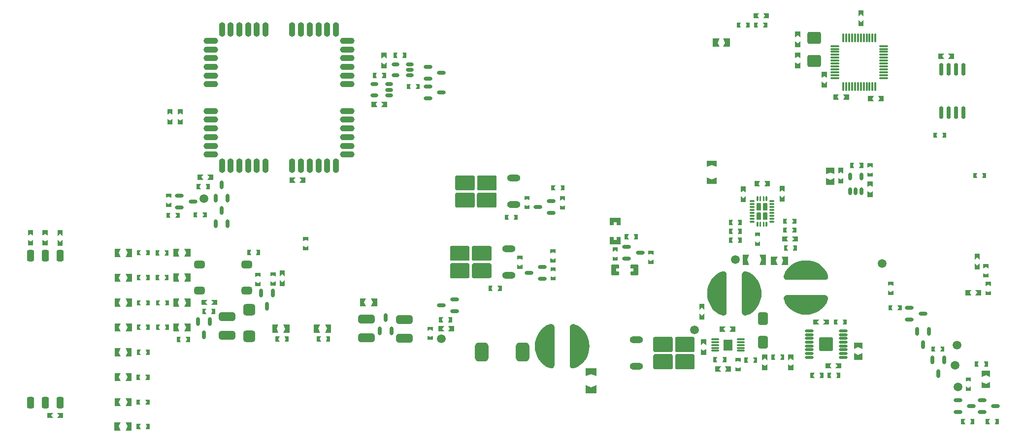
<source format=gtp>
G04*
G04 #@! TF.GenerationSoftware,Altium Limited,Altium Designer,18.1.9 (240)*
G04*
G04 Layer_Color=8421504*
%FSLAX24Y24*%
%MOIN*%
G70*
G01*
G75*
G04:AMPARAMS|DCode=24|XSize=96.5mil|YSize=90.6mil|CornerRadius=9.1mil|HoleSize=0mil|Usage=FLASHONLY|Rotation=0.000|XOffset=0mil|YOffset=0mil|HoleType=Round|Shape=RoundedRectangle|*
%AMROUNDEDRECTD24*
21,1,0.0965,0.0724,0,0,0.0*
21,1,0.0783,0.0906,0,0,0.0*
1,1,0.0181,0.0392,-0.0362*
1,1,0.0181,-0.0392,-0.0362*
1,1,0.0181,-0.0392,0.0362*
1,1,0.0181,0.0392,0.0362*
%
%ADD24ROUNDEDRECTD24*%
%ADD25O,0.0591X0.0281*%
%ADD26O,0.0906X0.0454*%
G04:AMPARAMS|DCode=27|XSize=70.9mil|YSize=51.2mil|CornerRadius=12.8mil|HoleSize=0mil|Usage=FLASHONLY|Rotation=0.000|XOffset=0mil|YOffset=0mil|HoleType=Round|Shape=RoundedRectangle|*
%AMROUNDEDRECTD27*
21,1,0.0709,0.0256,0,0,0.0*
21,1,0.0453,0.0512,0,0,0.0*
1,1,0.0256,0.0226,-0.0128*
1,1,0.0256,-0.0226,-0.0128*
1,1,0.0256,-0.0226,0.0128*
1,1,0.0256,0.0226,0.0128*
%
%ADD27ROUNDEDRECTD27*%
%ADD28C,0.0591*%
G04:AMPARAMS|DCode=29|XSize=128mil|YSize=90.6mil|CornerRadius=22.6mil|HoleSize=0mil|Usage=FLASHONLY|Rotation=90.000|XOffset=0mil|YOffset=0mil|HoleType=Round|Shape=RoundedRectangle|*
%AMROUNDEDRECTD29*
21,1,0.1280,0.0453,0,0,90.0*
21,1,0.0827,0.0906,0,0,90.0*
1,1,0.0453,0.0226,0.0413*
1,1,0.0453,0.0226,-0.0413*
1,1,0.0453,-0.0226,-0.0413*
1,1,0.0453,-0.0226,0.0413*
%
%ADD29ROUNDEDRECTD29*%
%ADD30O,0.0433X0.0984*%
%ADD31O,0.0984X0.0433*%
%ADD32O,0.0236X0.0531*%
%ADD33O,0.0118X0.0630*%
%ADD34O,0.0630X0.0118*%
%ADD35O,0.0295X0.0850*%
G04:AMPARAMS|DCode=36|XSize=90.6mil|YSize=82.7mil|CornerRadius=12.4mil|HoleSize=0mil|Usage=FLASHONLY|Rotation=0.000|XOffset=0mil|YOffset=0mil|HoleType=Round|Shape=RoundedRectangle|*
%AMROUNDEDRECTD36*
21,1,0.0906,0.0579,0,0,0.0*
21,1,0.0657,0.0827,0,0,0.0*
1,1,0.0248,0.0329,-0.0289*
1,1,0.0248,-0.0329,-0.0289*
1,1,0.0248,-0.0329,0.0289*
1,1,0.0248,0.0329,0.0289*
%
%ADD36ROUNDEDRECTD36*%
%ADD37O,0.0591X0.0177*%
%ADD38O,0.0281X0.0591*%
%ADD39O,0.0335X0.0118*%
%ADD40O,0.0118X0.0335*%
%ADD41O,0.0531X0.0236*%
G04:AMPARAMS|DCode=42|XSize=82.7mil|YSize=78.7mil|CornerRadius=19.7mil|HoleSize=0mil|Usage=FLASHONLY|Rotation=180.000|XOffset=0mil|YOffset=0mil|HoleType=Round|Shape=RoundedRectangle|*
%AMROUNDEDRECTD42*
21,1,0.0827,0.0394,0,0,180.0*
21,1,0.0433,0.0787,0,0,180.0*
1,1,0.0394,-0.0217,0.0197*
1,1,0.0394,0.0217,0.0197*
1,1,0.0394,0.0217,-0.0197*
1,1,0.0394,-0.0217,-0.0197*
%
%ADD42ROUNDEDRECTD42*%
G04:AMPARAMS|DCode=43|XSize=110.2mil|YSize=59.1mil|CornerRadius=14.8mil|HoleSize=0mil|Usage=FLASHONLY|Rotation=180.000|XOffset=0mil|YOffset=0mil|HoleType=Round|Shape=RoundedRectangle|*
%AMROUNDEDRECTD43*
21,1,0.1102,0.0295,0,0,180.0*
21,1,0.0807,0.0591,0,0,180.0*
1,1,0.0295,-0.0404,0.0148*
1,1,0.0295,0.0404,0.0148*
1,1,0.0295,0.0404,-0.0148*
1,1,0.0295,-0.0404,-0.0148*
%
%ADD43ROUNDEDRECTD43*%
G04:AMPARAMS|DCode=44|XSize=86.6mil|YSize=68.9mil|CornerRadius=17.2mil|HoleSize=0mil|Usage=FLASHONLY|Rotation=90.000|XOffset=0mil|YOffset=0mil|HoleType=Round|Shape=RoundedRectangle|*
%AMROUNDEDRECTD44*
21,1,0.0866,0.0344,0,0,90.0*
21,1,0.0522,0.0689,0,0,90.0*
1,1,0.0344,0.0172,0.0261*
1,1,0.0344,0.0172,-0.0261*
1,1,0.0344,-0.0172,-0.0261*
1,1,0.0344,-0.0172,0.0261*
%
%ADD44ROUNDEDRECTD44*%
%ADD45R,0.0610X0.0728*%
%ADD46O,0.0571X0.0118*%
G04:AMPARAMS|DCode=47|XSize=78.7mil|YSize=47.2mil|CornerRadius=11.8mil|HoleSize=0mil|Usage=FLASHONLY|Rotation=270.000|XOffset=0mil|YOffset=0mil|HoleType=Round|Shape=RoundedRectangle|*
%AMROUNDEDRECTD47*
21,1,0.0787,0.0236,0,0,270.0*
21,1,0.0551,0.0472,0,0,270.0*
1,1,0.0236,-0.0118,-0.0276*
1,1,0.0236,-0.0118,0.0276*
1,1,0.0236,0.0118,0.0276*
1,1,0.0236,0.0118,-0.0276*
%
%ADD47ROUNDEDRECTD47*%
G36*
X61821Y28297D02*
X61644Y28415D01*
X61467Y28297D01*
Y28691D01*
X61821D01*
Y28297D01*
D02*
G37*
G36*
X55423Y28150D02*
X55029D01*
X55147Y28327D01*
X55029Y28504D01*
X55423D01*
Y28150D01*
D02*
G37*
G36*
X54636Y28327D02*
X54754Y28150D01*
X54360D01*
Y28504D01*
X54754D01*
X54636Y28327D01*
D02*
G37*
G36*
X61821Y27628D02*
X61467D01*
Y28022D01*
X61644Y27903D01*
X61821Y28022D01*
Y27628D01*
D02*
G37*
G36*
X55297Y27520D02*
X55022D01*
X55100Y27697D01*
X55022Y27874D01*
X55297D01*
Y27520D01*
D02*
G37*
G36*
X54609Y27697D02*
X54687Y27520D01*
X54412D01*
Y27874D01*
X54687D01*
X54609Y27697D01*
D02*
G37*
G36*
X54116Y27520D02*
X53841D01*
X53919Y27697D01*
X53841Y27874D01*
X54116D01*
Y27520D01*
D02*
G37*
G36*
X53427Y27697D02*
X53506Y27520D01*
X53231D01*
Y27874D01*
X53506D01*
X53427Y27697D01*
D02*
G37*
G36*
X57540Y26863D02*
X57363Y26981D01*
X57186Y26863D01*
Y27256D01*
X57540D01*
Y26863D01*
D02*
G37*
G36*
Y26193D02*
X57186D01*
Y26587D01*
X57363Y26469D01*
X57540Y26587D01*
Y26193D01*
D02*
G37*
G36*
X52776Y26220D02*
X52323D01*
X52451Y26506D01*
X52323Y26791D01*
X52776D01*
Y26220D01*
D02*
G37*
G36*
X51939Y26506D02*
X52067Y26220D01*
X51614D01*
Y26791D01*
X52067D01*
X51939Y26506D01*
D02*
G37*
G36*
X30886Y25472D02*
X30610D01*
X30689Y25650D01*
X30610Y25827D01*
X30886D01*
Y25472D01*
D02*
G37*
G36*
X30197Y25650D02*
X30276Y25472D01*
X30000D01*
Y25827D01*
X30276D01*
X30197Y25650D01*
D02*
G37*
G36*
X57539Y25445D02*
X57362Y25563D01*
X57185Y25445D01*
Y25839D01*
X57539D01*
Y25445D01*
D02*
G37*
G36*
X29547Y25433D02*
X29370Y25551D01*
X29193Y25433D01*
Y25827D01*
X29547D01*
Y25433D01*
D02*
G37*
G36*
X67935Y25404D02*
X67542D01*
X67660Y25581D01*
X67542Y25758D01*
X67935D01*
Y25404D01*
D02*
G37*
G36*
X67148Y25581D02*
X67266Y25404D01*
X66872D01*
Y25758D01*
X67266D01*
X67148Y25581D01*
D02*
G37*
G36*
X57539Y24776D02*
X57185D01*
Y25170D01*
X57362Y25052D01*
X57539Y25170D01*
Y24776D01*
D02*
G37*
G36*
X29547Y24764D02*
X29193D01*
Y25157D01*
X29370Y25039D01*
X29547Y25157D01*
Y24764D01*
D02*
G37*
G36*
X59341Y24126D02*
X59163Y24244D01*
X58986Y24126D01*
Y24520D01*
X59341D01*
Y24126D01*
D02*
G37*
G36*
X29498Y24104D02*
X29222D01*
X29301Y24281D01*
X29222Y24459D01*
X29498D01*
Y24104D01*
D02*
G37*
G36*
X28809Y24281D02*
X28888Y24104D01*
X28612D01*
Y24459D01*
X28888D01*
X28809Y24281D01*
D02*
G37*
G36*
X59341Y23457D02*
X58986D01*
Y23851D01*
X59163Y23733D01*
X59341Y23851D01*
Y23457D01*
D02*
G37*
G36*
X31791Y23356D02*
X31516D01*
X31594Y23533D01*
X31516Y23711D01*
X31791D01*
Y23356D01*
D02*
G37*
G36*
X31103Y23533D02*
X31181Y23356D01*
X30906D01*
Y23711D01*
X31181D01*
X31103Y23533D01*
D02*
G37*
G36*
X60827Y22640D02*
X60433D01*
X60551Y22817D01*
X60433Y22994D01*
X60827D01*
Y22640D01*
D02*
G37*
G36*
X60039Y22817D02*
X60157Y22640D01*
X59764D01*
Y22994D01*
X60157D01*
X60039Y22817D01*
D02*
G37*
G36*
X63189Y22532D02*
X62795D01*
X62913Y22709D01*
X62795Y22886D01*
X63189D01*
Y22532D01*
D02*
G37*
G36*
X62402Y22709D02*
X62520Y22532D01*
X62126D01*
Y22886D01*
X62520D01*
X62402Y22709D01*
D02*
G37*
G36*
X29587Y22136D02*
X29193D01*
X29311Y22313D01*
X29193Y22490D01*
X29587D01*
Y22136D01*
D02*
G37*
G36*
X28799Y22313D02*
X28917Y22136D01*
X28524D01*
Y22490D01*
X28917D01*
X28799Y22313D01*
D02*
G37*
G36*
X15758Y21614D02*
X15581Y21732D01*
X15404Y21614D01*
Y22008D01*
X15758D01*
Y21614D01*
D02*
G37*
G36*
X15059D02*
X14882Y21732D01*
X14705Y21614D01*
Y22008D01*
X15059D01*
Y21614D01*
D02*
G37*
G36*
X15758Y20945D02*
X15404D01*
Y21339D01*
X15581Y21220D01*
X15758Y21339D01*
Y20945D01*
D02*
G37*
G36*
X15059D02*
X14705D01*
Y21339D01*
X14882Y21220D01*
X15059Y21339D01*
Y20945D01*
D02*
G37*
G36*
X67421Y20049D02*
X67145D01*
X67224Y20226D01*
X67145Y20404D01*
X67421D01*
Y20049D01*
D02*
G37*
G36*
X66732Y20226D02*
X66811Y20049D01*
X66535D01*
Y20404D01*
X66811D01*
X66732Y20226D01*
D02*
G37*
G36*
X51890Y18081D02*
X51545Y18199D01*
X51201Y18081D01*
Y18494D01*
X51890D01*
Y18081D01*
D02*
G37*
G36*
X62441Y18041D02*
X62264Y18120D01*
X62087Y18041D01*
Y18317D01*
X62441D01*
Y18041D01*
D02*
G37*
G36*
X61801Y18002D02*
X61526D01*
X61604Y18179D01*
X61526Y18356D01*
X61801D01*
Y18002D01*
D02*
G37*
G36*
X61112Y18179D02*
X61191Y18002D01*
X60916D01*
Y18356D01*
X61191D01*
X61112Y18179D01*
D02*
G37*
G36*
X62441Y17431D02*
X62087D01*
Y17707D01*
X62264Y17628D01*
X62441Y17707D01*
Y17431D01*
D02*
G37*
G36*
X60453Y17618D02*
X60276Y17736D01*
X60098Y17618D01*
Y18012D01*
X60453D01*
Y17618D01*
D02*
G37*
G36*
X59852Y17579D02*
X59567Y17707D01*
X59282Y17579D01*
Y18032D01*
X59852D01*
Y17579D01*
D02*
G37*
G36*
X36932Y17493D02*
X36962Y17462D01*
X36979Y17422D01*
X36979Y17401D01*
X36979Y17401D01*
X36979Y16604D01*
X36978Y16582D01*
X36961Y16542D01*
X36930Y16511D01*
X36889Y16495D01*
X36868Y16496D01*
X36868Y16496D01*
X35767Y16496D01*
X35746Y16496D01*
X35706Y16513D01*
X35675Y16545D01*
X35659Y16585D01*
X35660Y16607D01*
X35660Y17401D01*
Y17412D01*
X35664Y17432D01*
X35672Y17452D01*
X35684Y17469D01*
X35691Y17476D01*
X35691Y17476D01*
X35699Y17484D01*
X35717Y17497D01*
X35738Y17505D01*
X35760Y17509D01*
X35771Y17509D01*
X35771Y17509D01*
X36870Y17509D01*
X36892Y17509D01*
X36932Y17493D01*
D02*
G37*
G36*
X70118Y17323D02*
X69842D01*
X69921Y17500D01*
X69842Y17677D01*
X70118D01*
Y17323D01*
D02*
G37*
G36*
X69429Y17500D02*
X69508Y17323D01*
X69232D01*
Y17677D01*
X69508D01*
X69429Y17500D01*
D02*
G37*
G36*
X51890Y16939D02*
X51201D01*
Y17352D01*
X51545Y17234D01*
X51890Y17352D01*
Y16939D01*
D02*
G37*
G36*
X60453Y16949D02*
X60098D01*
Y17343D01*
X60276Y17224D01*
X60453Y17343D01*
Y16949D01*
D02*
G37*
G36*
X17805Y17205D02*
X17411D01*
X17530Y17382D01*
X17411Y17559D01*
X17805D01*
Y17205D01*
D02*
G37*
G36*
X17018Y17382D02*
X17136Y17205D01*
X16742D01*
Y17559D01*
X17136D01*
X17018Y17382D01*
D02*
G37*
G36*
X59852Y16870D02*
X59282D01*
Y17323D01*
X59567Y17195D01*
X59852Y17323D01*
Y16870D01*
D02*
G37*
G36*
X24035Y17008D02*
X23642D01*
X23760Y17185D01*
X23642Y17362D01*
X24035D01*
Y17008D01*
D02*
G37*
G36*
X23248Y17185D02*
X23366Y17008D01*
X22972D01*
Y17362D01*
X23366D01*
X23248Y17185D01*
D02*
G37*
G36*
X55492Y16762D02*
X55098D01*
X55217Y16939D01*
X55098Y17116D01*
X55492D01*
Y16762D01*
D02*
G37*
G36*
X54705Y16939D02*
X54823Y16762D01*
X54429D01*
Y17116D01*
X54823D01*
X54705Y16939D01*
D02*
G37*
G36*
X62441Y16713D02*
X62264Y16831D01*
X62087Y16713D01*
Y17106D01*
X62441D01*
Y16713D01*
D02*
G37*
G36*
X17579Y16565D02*
X17303D01*
X17382Y16742D01*
X17303Y16919D01*
X17579D01*
Y16565D01*
D02*
G37*
G36*
X16890Y16742D02*
X16968Y16565D01*
X16693D01*
Y16919D01*
X16968D01*
X16890Y16742D01*
D02*
G37*
G36*
X34294Y17509D02*
X35395D01*
X35417Y17509D01*
X35457Y17492D01*
X35487Y17460D01*
X35503Y17420D01*
X35502Y17398D01*
X35502Y17398D01*
X35502Y16604D01*
Y16593D01*
X35498Y16573D01*
X35490Y16553D01*
X35479Y16536D01*
X35471Y16528D01*
X35471Y16528D01*
X35463Y16521D01*
X35445Y16508D01*
X35424Y16500D01*
X35403Y16495D01*
X35391Y16495D01*
X35391Y16495D01*
X34292Y16495D01*
X34271Y16495D01*
X34231Y16512D01*
X34200Y16542D01*
X34183Y16582D01*
X34183Y16604D01*
X34183Y16604D01*
X34183Y17401D01*
X34184Y17423D01*
X34201Y17463D01*
X34232Y17493D01*
X34273Y17509D01*
X34294Y17509D01*
D02*
G37*
G36*
X41575Y16486D02*
X41299D01*
X41378Y16663D01*
X41299Y16840D01*
X41575D01*
Y16486D01*
D02*
G37*
G36*
X40886Y16663D02*
X40965Y16486D01*
X40689D01*
Y16840D01*
X40965D01*
X40886Y16663D01*
D02*
G37*
G36*
X56485Y16388D02*
X56308Y16506D01*
X56131Y16388D01*
Y16781D01*
X56485D01*
Y16388D01*
D02*
G37*
G36*
X53858Y16358D02*
X53681Y16476D01*
X53504Y16358D01*
Y16752D01*
X53858D01*
Y16358D01*
D02*
G37*
G36*
X62441Y16043D02*
X62087D01*
Y16437D01*
X62264Y16319D01*
X62441Y16437D01*
Y16043D01*
D02*
G37*
G36*
X56485Y15718D02*
X56131D01*
Y16112D01*
X56308Y15994D01*
X56485Y16112D01*
Y15718D01*
D02*
G37*
G36*
X14970Y15984D02*
X14793Y16063D01*
X14616Y15984D01*
Y16260D01*
X14970D01*
Y15984D01*
D02*
G37*
G36*
X53858Y15689D02*
X53504D01*
Y16083D01*
X53681Y15965D01*
X53858Y16083D01*
Y15689D01*
D02*
G37*
G36*
X39222Y15827D02*
X39045Y15905D01*
X38868Y15827D01*
Y16102D01*
X39222D01*
Y15827D01*
D02*
G37*
G36*
X41614Y15807D02*
X41437Y15886D01*
X41260Y15807D01*
Y16083D01*
X41614D01*
Y15807D01*
D02*
G37*
G36*
X55087Y16081D02*
X55102Y16043D01*
Y15807D01*
X55087Y15769D01*
X55049Y15754D01*
X55012Y15769D01*
X54996Y15807D01*
Y16043D01*
X55012Y16081D01*
X55049Y16097D01*
X55087Y16081D01*
D02*
G37*
G36*
X54870D02*
X54886Y16043D01*
Y15807D01*
X54870Y15769D01*
X54833Y15754D01*
X54795Y15769D01*
X54779Y15807D01*
Y16043D01*
X54795Y16081D01*
X54833Y16097D01*
X54870Y16081D01*
D02*
G37*
G36*
X14970Y15374D02*
X14616D01*
Y15650D01*
X14793Y15571D01*
X14970Y15650D01*
Y15374D01*
D02*
G37*
G36*
X39222Y15217D02*
X38868D01*
Y15492D01*
X39045Y15413D01*
X39222Y15492D01*
Y15217D01*
D02*
G37*
G36*
X41614Y15197D02*
X41260D01*
Y15473D01*
X41437Y15394D01*
X41614Y15473D01*
Y15197D01*
D02*
G37*
G36*
X35771Y16339D02*
X36871D01*
X36893Y16338D01*
X36933Y16321D01*
X36963Y16290D01*
X36979Y16249D01*
X36978Y16228D01*
X36978Y16228D01*
X36978Y15433D01*
Y15423D01*
X36974Y15402D01*
X36966Y15383D01*
X36955Y15365D01*
X36947Y15358D01*
X36947Y15358D01*
X36939Y15350D01*
X36921Y15338D01*
X36900Y15329D01*
X36879Y15325D01*
X36867Y15325D01*
X36867Y15325D01*
X35768Y15325D01*
X35747Y15325D01*
X35707Y15341D01*
X35676Y15372D01*
X35659Y15412D01*
X35659Y15433D01*
X35659Y15433D01*
X35659Y16231D01*
X35660Y16252D01*
X35677Y16292D01*
X35708Y16323D01*
X35749Y16339D01*
X35771Y16339D01*
D02*
G37*
G36*
X34294D02*
X35395D01*
X35417Y16338D01*
X35457Y16321D01*
X35487Y16290D01*
X35503Y16249D01*
X35502Y16228D01*
X35502Y16228D01*
X35502Y15433D01*
Y15423D01*
X35498Y15402D01*
X35490Y15383D01*
X35479Y15365D01*
X35471Y15358D01*
X35471Y15358D01*
X35463Y15350D01*
X35445Y15338D01*
X35424Y15329D01*
X35403Y15325D01*
X35391Y15325D01*
X35391Y15325D01*
X34292Y15325D01*
X34271Y15325D01*
X34231Y15341D01*
X34200Y15372D01*
X34183Y15412D01*
X34183Y15433D01*
X34183Y15433D01*
X34183Y16231D01*
X34184Y16252D01*
X34201Y16292D01*
X34232Y16323D01*
X34273Y16339D01*
X34294Y16339D01*
D02*
G37*
G36*
X55285Y15620D02*
X55307Y15598D01*
X55315Y15569D01*
Y15175D01*
X55307Y15146D01*
X55285Y15124D01*
X55256Y15116D01*
X55059D01*
X55030Y15124D01*
X55008Y15146D01*
X55000Y15175D01*
Y15569D01*
X55008Y15598D01*
X55030Y15620D01*
X55059Y15628D01*
X55256D01*
X55285Y15620D01*
D02*
G37*
G36*
X54852D02*
X54874Y15598D01*
X54882Y15569D01*
Y15175D01*
X54874Y15146D01*
X54852Y15124D01*
X54823Y15116D01*
X54626D01*
X54596Y15124D01*
X54575Y15146D01*
X54567Y15175D01*
Y15569D01*
X54575Y15598D01*
X54596Y15620D01*
X54626Y15628D01*
X54823D01*
X54852Y15620D01*
D02*
G37*
G36*
X17362Y14646D02*
X17086D01*
X17165Y14823D01*
X17086Y15000D01*
X17362D01*
Y14646D01*
D02*
G37*
G36*
X16673Y14823D02*
X16752Y14646D01*
X16476D01*
Y15000D01*
X16752D01*
X16673Y14823D01*
D02*
G37*
G36*
X15532Y14616D02*
X15256D01*
X15335Y14793D01*
X15256Y14970D01*
X15532D01*
Y14616D01*
D02*
G37*
G36*
X14843Y14793D02*
X14921Y14616D01*
X14646D01*
Y14970D01*
X14921D01*
X14843Y14793D01*
D02*
G37*
G36*
X38415Y14488D02*
X38140D01*
X38219Y14665D01*
X38140Y14843D01*
X38415D01*
Y14488D01*
D02*
G37*
G36*
X37727Y14665D02*
X37805Y14488D01*
X37530D01*
Y14843D01*
X37805D01*
X37727Y14665D01*
D02*
G37*
G36*
X55285Y14990D02*
X55307Y14969D01*
X55315Y14939D01*
Y14545D01*
X55307Y14516D01*
X55285Y14494D01*
X55256Y14486D01*
X55059D01*
X55030Y14494D01*
X55008Y14516D01*
X55000Y14545D01*
Y14939D01*
X55008Y14969D01*
X55030Y14990D01*
X55059Y14998D01*
X55256D01*
X55285Y14990D01*
D02*
G37*
G36*
X54852D02*
X54874Y14969D01*
X54882Y14939D01*
Y14545D01*
X54874Y14516D01*
X54852Y14494D01*
X54823Y14486D01*
X54626D01*
X54596Y14494D01*
X54575Y14516D01*
X54567Y14545D01*
Y14939D01*
X54575Y14969D01*
X54596Y14990D01*
X54626Y14998D01*
X54823D01*
X54852Y14990D01*
D02*
G37*
G36*
X57264Y14222D02*
X56988D01*
X57067Y14400D01*
X56988Y14577D01*
X57264D01*
Y14222D01*
D02*
G37*
G36*
X56575Y14400D02*
X56654Y14222D01*
X56378D01*
Y14577D01*
X56654D01*
X56575Y14400D01*
D02*
G37*
G36*
X45361Y14628D02*
X45370Y14607D01*
Y14154D01*
X45361Y14133D01*
X45340Y14124D01*
X45137D01*
X45117Y14133D01*
X45108Y14154D01*
Y14292D01*
X45099Y14313D01*
X45078Y14321D01*
X44941D01*
X44920Y14313D01*
X44911Y14292D01*
Y14154D01*
X44902Y14133D01*
X44882Y14124D01*
X44679D01*
X44658Y14133D01*
X44649Y14154D01*
Y14607D01*
X44658Y14628D01*
X44679Y14636D01*
X45340D01*
X45361Y14628D01*
D02*
G37*
G36*
X53583Y14124D02*
X53307D01*
X53386Y14301D01*
X53307Y14478D01*
X53583D01*
Y14124D01*
D02*
G37*
G36*
X52894Y14301D02*
X52973Y14124D01*
X52697D01*
Y14478D01*
X52973D01*
X52894Y14301D01*
D02*
G37*
G36*
X55087Y14349D02*
X55102Y14311D01*
Y14075D01*
X55087Y14037D01*
X55049Y14022D01*
X55012Y14037D01*
X54996Y14075D01*
Y14311D01*
X55012Y14349D01*
X55049Y14364D01*
X55087Y14349D01*
D02*
G37*
G36*
X54870D02*
X54886Y14311D01*
Y14075D01*
X54870Y14037D01*
X54833Y14022D01*
X54795Y14037D01*
X54779Y14075D01*
Y14311D01*
X54795Y14349D01*
X54833Y14364D01*
X54870Y14349D01*
D02*
G37*
G36*
X57264Y13622D02*
X56988D01*
X57067Y13799D01*
X56988Y13976D01*
X57264D01*
Y13622D01*
D02*
G37*
G36*
X56575Y13799D02*
X56654Y13622D01*
X56378D01*
Y13976D01*
X56654D01*
X56575Y13799D01*
D02*
G37*
G36*
X53583Y13524D02*
X53307D01*
X53386Y13701D01*
X53307Y13878D01*
X53583D01*
Y13524D01*
D02*
G37*
G36*
X52894Y13701D02*
X52973Y13524D01*
X52697D01*
Y13878D01*
X52973D01*
X52894Y13701D01*
D02*
G37*
G36*
X6613Y13415D02*
X6436Y13533D01*
X6259Y13415D01*
Y13809D01*
X6613D01*
Y13415D01*
D02*
G37*
G36*
X5619D02*
X5442Y13533D01*
X5265Y13415D01*
Y13809D01*
X5619D01*
Y13415D01*
D02*
G37*
G36*
X7617Y13396D02*
X7440Y13514D01*
X7263Y13396D01*
Y13789D01*
X7617D01*
Y13396D01*
D02*
G37*
G36*
X54823Y13346D02*
X54646Y13425D01*
X54468Y13346D01*
Y13622D01*
X54823D01*
Y13346D01*
D02*
G37*
G36*
X46545Y13159D02*
X46269D01*
X46348Y13337D01*
X46269Y13514D01*
X46545D01*
Y13159D01*
D02*
G37*
G36*
X45856Y13337D02*
X45935Y13159D01*
X45659D01*
Y13514D01*
X45935D01*
X45856Y13337D01*
D02*
G37*
G36*
X45361Y13328D02*
X45370Y13307D01*
Y12854D01*
X45361Y12833D01*
X45340Y12824D01*
X44679D01*
X44658Y12833D01*
X44649Y12854D01*
Y13307D01*
X44658Y13328D01*
X44679Y13336D01*
X44882D01*
X44902Y13328D01*
X44911Y13307D01*
Y13169D01*
X44920Y13148D01*
X44941Y13139D01*
X45078D01*
X45099Y13148D01*
X45108Y13169D01*
Y13307D01*
X45117Y13328D01*
X45137Y13336D01*
X45340D01*
X45361Y13328D01*
D02*
G37*
G36*
X24242Y13051D02*
X24065Y13130D01*
X23888Y13051D01*
Y13327D01*
X24242D01*
Y13051D01*
D02*
G37*
G36*
X57382Y13022D02*
X56988D01*
X57106Y13199D01*
X56988Y13376D01*
X57382D01*
Y13022D01*
D02*
G37*
G36*
X56594Y13199D02*
X56713Y13022D01*
X56319D01*
Y13376D01*
X56713D01*
X56594Y13199D01*
D02*
G37*
G36*
X6613Y12746D02*
X6259D01*
Y13140D01*
X6436Y13022D01*
X6613Y13140D01*
Y12746D01*
D02*
G37*
G36*
X5619D02*
X5265D01*
Y13140D01*
X5442Y13022D01*
X5619Y13140D01*
Y12746D01*
D02*
G37*
G36*
X7617Y12726D02*
X7263D01*
Y13120D01*
X7440Y13002D01*
X7617Y13120D01*
Y12726D01*
D02*
G37*
G36*
X54823Y12736D02*
X54468D01*
Y13012D01*
X54646Y12933D01*
X54823Y13012D01*
Y12736D01*
D02*
G37*
G36*
X53583Y12923D02*
X53307D01*
X53386Y13100D01*
X53307Y13278D01*
X53583D01*
Y12923D01*
D02*
G37*
G36*
X52894Y13100D02*
X52973Y12923D01*
X52697D01*
Y13278D01*
X52973D01*
X52894Y13100D01*
D02*
G37*
G36*
X36587Y12709D02*
X36618Y12679D01*
X36634Y12639D01*
X36634Y12617D01*
X36634Y12617D01*
X36634Y11820D01*
X36634Y11798D01*
X36617Y11758D01*
X36585Y11728D01*
X36545Y11712D01*
X36523Y11712D01*
X36523Y11712D01*
X35423Y11712D01*
X35401Y11713D01*
X35361Y11730D01*
X35331Y11761D01*
X35315Y11802D01*
X35315Y11823D01*
X35315Y12618D01*
Y12628D01*
X35319Y12649D01*
X35327Y12668D01*
X35339Y12686D01*
X35346Y12693D01*
X35346Y12693D01*
X35354Y12701D01*
X35373Y12713D01*
X35393Y12722D01*
X35415Y12726D01*
X35426Y12726D01*
X35426Y12726D01*
X36526Y12726D01*
X36547Y12726D01*
X36587Y12709D01*
D02*
G37*
G36*
X24242Y12441D02*
X23888D01*
Y12717D01*
X24065Y12638D01*
X24242Y12717D01*
Y12441D01*
D02*
G37*
G36*
X57313Y12403D02*
X57037D01*
X57116Y12580D01*
X57037Y12757D01*
X57313D01*
Y12403D01*
D02*
G37*
G36*
X56624Y12580D02*
X56703Y12403D01*
X56427D01*
Y12757D01*
X56703D01*
X56624Y12580D01*
D02*
G37*
G36*
X45187Y12343D02*
X45010Y12421D01*
X44833Y12343D01*
Y12618D01*
X45187D01*
Y12343D01*
D02*
G37*
G36*
X40974Y12214D02*
X40797Y12293D01*
X40620Y12214D01*
Y12490D01*
X40974D01*
Y12214D01*
D02*
G37*
G36*
X47598Y12116D02*
X47421Y12195D01*
X47244Y12116D01*
Y12392D01*
X47598D01*
Y12116D01*
D02*
G37*
G36*
X20984Y12106D02*
X20708D01*
X20787Y12283D01*
X20708Y12461D01*
X20984D01*
Y12106D01*
D02*
G37*
G36*
X20295Y12283D02*
X20374Y12106D01*
X20098D01*
Y12461D01*
X20374D01*
X20295Y12283D01*
D02*
G37*
G36*
X13514Y12080D02*
X13238D01*
X13317Y12257D01*
X13238Y12435D01*
X13514D01*
Y12080D01*
D02*
G37*
G36*
X12825Y12257D02*
X12904Y12080D01*
X12628D01*
Y12435D01*
X12904D01*
X12825Y12257D01*
D02*
G37*
G36*
X14793Y12070D02*
X14518D01*
X14596Y12248D01*
X14518Y12425D01*
X14793D01*
Y12070D01*
D02*
G37*
G36*
X14105Y12248D02*
X14183Y12070D01*
X13908D01*
Y12425D01*
X14183D01*
X14105Y12248D01*
D02*
G37*
G36*
X16270Y11978D02*
X15856D01*
X15984Y12254D01*
X15856Y12529D01*
X16270D01*
Y11978D01*
D02*
G37*
G36*
X15394Y12254D02*
X15522Y11978D01*
X15108D01*
Y12529D01*
X15522D01*
X15394Y12254D01*
D02*
G37*
G36*
X12295Y11972D02*
X11882D01*
X12009Y12248D01*
X11882Y12523D01*
X12295D01*
Y11972D01*
D02*
G37*
G36*
X11419Y12248D02*
X11547Y11972D01*
X11133D01*
Y12523D01*
X11547D01*
X11419Y12248D01*
D02*
G37*
G36*
X45187Y11733D02*
X44833D01*
Y12008D01*
X45010Y11929D01*
X45187Y12008D01*
Y11733D01*
D02*
G37*
G36*
X69685Y11801D02*
X69508Y11919D01*
X69331Y11801D01*
Y12195D01*
X69685D01*
Y11801D01*
D02*
G37*
G36*
X40974Y11604D02*
X40620D01*
Y11880D01*
X40797Y11801D01*
X40974Y11880D01*
Y11604D01*
D02*
G37*
G36*
X38735Y11781D02*
X38558Y11860D01*
X38381Y11781D01*
Y12057D01*
X38735D01*
Y11781D01*
D02*
G37*
G36*
X33950Y12726D02*
X35050D01*
X35072Y12725D01*
X35112Y12708D01*
X35142Y12677D01*
X35158Y12636D01*
X35158Y12615D01*
X35158Y12615D01*
X35158Y11820D01*
Y11810D01*
X35154Y11789D01*
X35146Y11770D01*
X35134Y11752D01*
X35127Y11745D01*
X35127Y11745D01*
X35119Y11737D01*
X35100Y11725D01*
X35080Y11716D01*
X35058Y11712D01*
X35047Y11712D01*
X35047Y11712D01*
X33948Y11712D01*
X33926Y11712D01*
X33886Y11728D01*
X33856Y11759D01*
X33839Y11799D01*
X33839Y11821D01*
X33839Y11821D01*
X33839Y12618D01*
X33839Y12640D01*
X33857Y12680D01*
X33888Y12710D01*
X33928Y12726D01*
X33950Y12726D01*
D02*
G37*
G36*
X47598Y11506D02*
X47244D01*
Y11782D01*
X47421Y11703D01*
X47598Y11782D01*
Y11506D01*
D02*
G37*
G36*
X56713Y11437D02*
X56260D01*
X56388Y11722D01*
X56260Y12008D01*
X56713D01*
Y11437D01*
D02*
G37*
G36*
X55876Y11722D02*
X56004Y11437D01*
X55551D01*
Y12008D01*
X56004D01*
X55876Y11722D01*
D02*
G37*
G36*
X55207Y11437D02*
X54793D01*
X54911Y11782D01*
X54793Y12126D01*
X55207D01*
Y11437D01*
D02*
G37*
G36*
X53947Y11782D02*
X54065Y11437D01*
X53652D01*
Y12126D01*
X54065D01*
X53947Y11782D01*
D02*
G37*
G36*
X69685Y11132D02*
X69331D01*
Y11526D01*
X69508Y11407D01*
X69685Y11526D01*
Y11132D01*
D02*
G37*
G36*
X38735Y11171D02*
X38381D01*
Y11447D01*
X38558Y11368D01*
X38735Y11447D01*
Y11171D01*
D02*
G37*
G36*
X70276Y11210D02*
X70098Y11289D01*
X69921Y11210D01*
Y11486D01*
X70276D01*
Y11210D01*
D02*
G37*
G36*
X40984Y10994D02*
X40807Y11073D01*
X40630Y10994D01*
Y11270D01*
X40984D01*
Y10994D01*
D02*
G37*
G36*
X70276Y10600D02*
X69921D01*
Y10876D01*
X70098Y10797D01*
X70276Y10876D01*
Y10600D01*
D02*
G37*
G36*
X46557Y11455D02*
X46565Y11434D01*
Y10773D01*
X46557Y10752D01*
X46536Y10743D01*
X46083D01*
X46062Y10752D01*
X46054Y10773D01*
Y10976D01*
X46062Y10996D01*
X46083Y11005D01*
X46221D01*
X46242Y11014D01*
X46250Y11035D01*
Y11172D01*
X46242Y11193D01*
X46221Y11202D01*
X46083D01*
X46062Y11211D01*
X46054Y11231D01*
Y11434D01*
X46062Y11455D01*
X46083Y11464D01*
X46536D01*
X46557Y11455D01*
D02*
G37*
G36*
X45257D02*
X45265Y11434D01*
Y11231D01*
X45257Y11211D01*
X45236Y11202D01*
X45098D01*
X45077Y11193D01*
X45068Y11172D01*
Y11035D01*
X45077Y11014D01*
X45098Y11005D01*
X45236D01*
X45257Y10996D01*
X45265Y10976D01*
Y10773D01*
X45257Y10752D01*
X45236Y10743D01*
X44783D01*
X44762Y10752D01*
X44754Y10773D01*
Y11434D01*
X44762Y11455D01*
X44783Y11464D01*
X45236D01*
X45257Y11455D01*
D02*
G37*
G36*
X22649Y10669D02*
X22472Y10787D01*
X22294Y10669D01*
Y11063D01*
X22649D01*
Y10669D01*
D02*
G37*
G36*
X22029Y10650D02*
X21851Y10728D01*
X21674Y10650D01*
Y10925D01*
X22029D01*
Y10650D01*
D02*
G37*
G36*
X21014Y10620D02*
X20837Y10699D01*
X20659Y10620D01*
Y10896D01*
X21014D01*
Y10620D01*
D02*
G37*
G36*
X40984Y10384D02*
X40630D01*
Y10660D01*
X40807Y10581D01*
X40984Y10660D01*
Y10384D01*
D02*
G37*
G36*
X35426Y11555D02*
X36526D01*
X36548Y11555D01*
X36588Y11537D01*
X36618Y11506D01*
X36634Y11466D01*
X36634Y11444D01*
X36634Y11444D01*
X36634Y10649D01*
Y10639D01*
X36630Y10619D01*
X36622Y10599D01*
X36610Y10582D01*
X36603Y10574D01*
X36603Y10574D01*
X36595Y10567D01*
X36576Y10554D01*
X36556Y10546D01*
X36534Y10541D01*
X36523Y10541D01*
X36523Y10541D01*
X35424Y10541D01*
X35402Y10541D01*
X35362Y10558D01*
X35332Y10588D01*
X35315Y10628D01*
X35315Y10650D01*
X35315Y10650D01*
X35315Y11447D01*
X35315Y11469D01*
X35333Y11509D01*
X35364Y11539D01*
X35404Y11555D01*
X35426Y11555D01*
D02*
G37*
G36*
X33950D02*
X35050D01*
X35072Y11555D01*
X35112Y11537D01*
X35142Y11506D01*
X35158Y11466D01*
X35158Y11444D01*
X35158Y11444D01*
X35158Y10649D01*
Y10639D01*
X35154Y10619D01*
X35146Y10599D01*
X35134Y10582D01*
X35127Y10574D01*
X35127Y10574D01*
X35119Y10567D01*
X35100Y10554D01*
X35080Y10546D01*
X35058Y10541D01*
X35047Y10541D01*
X35047Y10541D01*
X33948Y10541D01*
X33926Y10541D01*
X33886Y10558D01*
X33856Y10588D01*
X33839Y10628D01*
X33839Y10650D01*
X33839Y10650D01*
X33839Y11447D01*
X33839Y11469D01*
X33857Y11509D01*
X33888Y11539D01*
X33928Y11555D01*
X33950Y11555D01*
D02*
G37*
G36*
X58136Y11729D02*
X58354Y11685D01*
X58565Y11612D01*
X58764Y11512D01*
X58948Y11386D01*
X59113Y11237D01*
X59115Y11235D01*
X59221Y11108D01*
X59305Y10967D01*
X59366Y10814D01*
X59408Y10680D01*
X59417Y10607D01*
X59398Y10536D01*
X59354Y10477D01*
X59292Y10438D01*
X59220Y10424D01*
X56614D01*
X56540Y10438D01*
X56476Y10478D01*
X56431Y10539D01*
X56412Y10612D01*
X56421Y10688D01*
X56461Y10817D01*
X56522Y10968D01*
X56605Y11108D01*
X56709Y11233D01*
X56714Y11237D01*
X56879Y11386D01*
X57063Y11512D01*
X57262Y11612D01*
X57473Y11685D01*
X57691Y11729D01*
X57913Y11744D01*
X58136Y11729D01*
D02*
G37*
G36*
X14793Y10395D02*
X14518D01*
X14596Y10572D01*
X14518Y10749D01*
X14793D01*
Y10395D01*
D02*
G37*
G36*
X14105Y10572D02*
X14183Y10395D01*
X13908D01*
Y10749D01*
X14183D01*
X14105Y10572D01*
D02*
G37*
G36*
X13514Y10395D02*
X13238D01*
X13317Y10572D01*
X13238Y10749D01*
X13514D01*
Y10395D01*
D02*
G37*
G36*
X12825Y10572D02*
X12904Y10395D01*
X12628D01*
Y10749D01*
X12904D01*
X12825Y10572D01*
D02*
G37*
G36*
X16270Y10295D02*
X15856D01*
X15984Y10571D01*
X15856Y10846D01*
X16270D01*
Y10295D01*
D02*
G37*
G36*
X15394Y10571D02*
X15522Y10295D01*
X15108D01*
Y10846D01*
X15522D01*
X15394Y10571D01*
D02*
G37*
G36*
X12295Y10287D02*
X11882D01*
X12009Y10562D01*
X11882Y10838D01*
X12295D01*
Y10287D01*
D02*
G37*
G36*
X11419Y10562D02*
X11547Y10287D01*
X11133D01*
Y10838D01*
X11547D01*
X11419Y10562D01*
D02*
G37*
G36*
X22649Y10000D02*
X22294D01*
Y10394D01*
X22472Y10276D01*
X22649Y10394D01*
Y10000D01*
D02*
G37*
G36*
X22029Y10040D02*
X21674D01*
Y10315D01*
X21851Y10236D01*
X22029Y10315D01*
Y10040D01*
D02*
G37*
G36*
X21014Y10010D02*
X20659D01*
Y10286D01*
X20837Y10207D01*
X21014Y10286D01*
Y10010D01*
D02*
G37*
G36*
X63829Y10019D02*
X63652Y10098D01*
X63474Y10019D01*
Y10295D01*
X63829D01*
Y10019D01*
D02*
G37*
G36*
X70443Y10010D02*
X70266Y10089D01*
X70089Y10010D01*
Y10285D01*
X70443D01*
Y10010D01*
D02*
G37*
G36*
X37332Y9675D02*
X37057D01*
X37136Y9852D01*
X37057Y10030D01*
X37332D01*
Y9675D01*
D02*
G37*
G36*
X36644Y9852D02*
X36722Y9675D01*
X36447D01*
Y10030D01*
X36722D01*
X36644Y9852D01*
D02*
G37*
G36*
X63829Y9409D02*
X63474D01*
Y9685D01*
X63652Y9606D01*
X63829Y9685D01*
Y9409D01*
D02*
G37*
G36*
X70443Y9400D02*
X70089D01*
Y9675D01*
X70266Y9597D01*
X70443Y9675D01*
Y9400D01*
D02*
G37*
G36*
X69783Y9370D02*
X69390D01*
X69508Y9547D01*
X69390Y9724D01*
X69783D01*
Y9370D01*
D02*
G37*
G36*
X68996Y9547D02*
X69114Y9370D01*
X68720D01*
Y9724D01*
X69114D01*
X68996Y9547D01*
D02*
G37*
G36*
X18071Y8720D02*
X17677D01*
X17795Y8898D01*
X17677Y9075D01*
X18071D01*
Y8720D01*
D02*
G37*
G36*
X17283Y8898D02*
X17402Y8720D01*
X17008D01*
Y9075D01*
X17402D01*
X17283Y8898D01*
D02*
G37*
G36*
X14813Y8690D02*
X14537D01*
X14616Y8867D01*
X14537Y9044D01*
X14813D01*
Y8690D01*
D02*
G37*
G36*
X14124Y8867D02*
X14203Y8690D01*
X13927D01*
Y9044D01*
X14203D01*
X14124Y8867D01*
D02*
G37*
G36*
X13514Y8690D02*
X13238D01*
X13317Y8867D01*
X13238Y9044D01*
X13514D01*
Y8690D01*
D02*
G37*
G36*
X12825Y8867D02*
X12904Y8690D01*
X12628D01*
Y9044D01*
X12904D01*
X12825Y8867D01*
D02*
G37*
G36*
X28894Y8612D02*
X28481D01*
X28609Y8888D01*
X28481Y9163D01*
X28894D01*
Y8612D01*
D02*
G37*
G36*
X28019Y8888D02*
X28146Y8612D01*
X27733D01*
Y9163D01*
X28146D01*
X28019Y8888D01*
D02*
G37*
G36*
X16270Y8602D02*
X15856D01*
X15984Y8877D01*
X15856Y9153D01*
X16270D01*
Y8602D01*
D02*
G37*
G36*
X15394Y8877D02*
X15522Y8602D01*
X15108D01*
Y9153D01*
X15522D01*
X15394Y8877D01*
D02*
G37*
G36*
X12294Y8601D02*
X11881D01*
X12009Y8877D01*
X11881Y9152D01*
X12294D01*
Y8601D01*
D02*
G37*
G36*
X11418Y8877D02*
X11546Y8601D01*
X11133D01*
Y9152D01*
X11546D01*
X11418Y8877D01*
D02*
G37*
G36*
X51058Y8396D02*
X50881Y8514D01*
X50704Y8396D01*
Y8789D01*
X51058D01*
Y8396D01*
D02*
G37*
G36*
X64400Y8356D02*
X64124D01*
X64203Y8533D01*
X64124Y8711D01*
X64400D01*
Y8356D01*
D02*
G37*
G36*
X63711Y8533D02*
X63790Y8356D01*
X63514D01*
Y8711D01*
X63790D01*
X63711Y8533D01*
D02*
G37*
G36*
X17947Y8110D02*
X17672D01*
X17750Y8287D01*
X17672Y8465D01*
X17947D01*
Y8110D01*
D02*
G37*
G36*
X17258Y8287D02*
X17337Y8110D01*
X17062D01*
Y8465D01*
X17337D01*
X17258Y8287D01*
D02*
G37*
G36*
X59287Y9365D02*
X59351Y9325D01*
X59395Y9264D01*
X59415Y9191D01*
X59406Y9116D01*
X59365Y8986D01*
X59305Y8835D01*
X59222Y8696D01*
X59118Y8571D01*
X59113Y8566D01*
X58948Y8417D01*
X58764Y8291D01*
X58565Y8191D01*
X58354Y8118D01*
X58136Y8074D01*
X57913Y8059D01*
X57691Y8074D01*
X57473Y8118D01*
X57262Y8191D01*
X57063Y8291D01*
X56879Y8417D01*
X56714Y8566D01*
X56711Y8568D01*
X56606Y8695D01*
X56522Y8836D01*
X56460Y8989D01*
X56419Y9123D01*
X56410Y9196D01*
X56429Y9267D01*
X56472Y9326D01*
X56534Y9365D01*
X56607Y9379D01*
X59212D01*
X59287Y9365D01*
D02*
G37*
G36*
X51058Y7726D02*
X50704D01*
Y8120D01*
X50881Y8002D01*
X51058Y8120D01*
Y7726D01*
D02*
G37*
G36*
X52436Y10983D02*
X52496Y10939D01*
X52535Y10877D01*
X52548Y10805D01*
Y8199D01*
X52534Y8125D01*
X52494Y8061D01*
X52433Y8016D01*
X52360Y7997D01*
X52285Y8006D01*
X52155Y8046D01*
X52005Y8107D01*
X51865Y8190D01*
X51740Y8294D01*
X51735Y8298D01*
X51586Y8464D01*
X51460Y8648D01*
X51360Y8847D01*
X51287Y9057D01*
X51243Y9276D01*
X51228Y9498D01*
X51243Y9720D01*
X51287Y9939D01*
X51360Y10149D01*
X51460Y10348D01*
X51586Y10532D01*
X51735Y10698D01*
X51738Y10700D01*
X51864Y10805D01*
X52006Y10890D01*
X52158Y10951D01*
X52292Y10993D01*
X52365Y11001D01*
X52436Y10983D01*
D02*
G37*
G36*
X53857Y10990D02*
X53986Y10950D01*
X54137Y10889D01*
X54277Y10806D01*
X54402Y10702D01*
X54406Y10698D01*
X54556Y10532D01*
X54681Y10348D01*
X54781Y10149D01*
X54854Y9939D01*
X54898Y9720D01*
X54913Y9498D01*
X54898Y9276D01*
X54854Y9057D01*
X54781Y8847D01*
X54681Y8648D01*
X54556Y8464D01*
X54406Y8298D01*
X54404Y8296D01*
X54278Y8191D01*
X54136Y8106D01*
X53983Y8045D01*
X53849Y8003D01*
X53776Y7995D01*
X53705Y8013D01*
X53646Y8057D01*
X53607Y8119D01*
X53593Y8191D01*
Y10797D01*
X53607Y10871D01*
X53648Y10935D01*
X53709Y10980D01*
X53782Y10999D01*
X53857Y10990D01*
D02*
G37*
G36*
X33972Y7539D02*
X33696D01*
X33775Y7717D01*
X33696Y7894D01*
X33972D01*
Y7539D01*
D02*
G37*
G36*
X33283Y7717D02*
X33362Y7539D01*
X33086D01*
Y7894D01*
X33362D01*
X33283Y7717D01*
D02*
G37*
G36*
X60689Y7383D02*
X60413D01*
X60492Y7560D01*
X60413Y7737D01*
X60689D01*
Y7383D01*
D02*
G37*
G36*
X60000Y7560D02*
X60079Y7383D01*
X59803D01*
Y7737D01*
X60079D01*
X60000Y7560D01*
D02*
G37*
G36*
X59478Y7382D02*
X59085D01*
X59203Y7559D01*
X59085Y7736D01*
X59478D01*
Y7382D01*
D02*
G37*
G36*
X58691Y7559D02*
X58809Y7382D01*
X58415D01*
Y7736D01*
X58809D01*
X58691Y7559D01*
D02*
G37*
G36*
X14813Y7024D02*
X14537D01*
X14616Y7202D01*
X14537Y7379D01*
X14813D01*
Y7024D01*
D02*
G37*
G36*
X14124Y7202D02*
X14203Y7024D01*
X13927D01*
Y7379D01*
X14203D01*
X14124Y7202D01*
D02*
G37*
G36*
X13514Y7024D02*
X13238D01*
X13317Y7202D01*
X13238Y7379D01*
X13514D01*
Y7024D01*
D02*
G37*
G36*
X12825Y7202D02*
X12904Y7024D01*
X12628D01*
Y7379D01*
X12904D01*
X12825Y7202D01*
D02*
G37*
G36*
X32662Y6968D02*
X32485Y7047D01*
X32308Y6968D01*
Y7244D01*
X32662D01*
Y6968D01*
D02*
G37*
G36*
X34099Y6929D02*
X33706D01*
X33824Y7106D01*
X33706Y7283D01*
X34099D01*
Y6929D01*
D02*
G37*
G36*
X33312Y7106D02*
X33430Y6929D01*
X33036D01*
Y7283D01*
X33430D01*
X33312Y7106D01*
D02*
G37*
G36*
X16270Y6916D02*
X15856D01*
X15984Y7192D01*
X15856Y7467D01*
X16270D01*
Y6916D01*
D02*
G37*
G36*
X15394Y7192D02*
X15522Y6916D01*
X15108D01*
Y7467D01*
X15522D01*
X15394Y7192D01*
D02*
G37*
G36*
X12294Y6916D02*
X11881D01*
X12009Y7192D01*
X11881Y7467D01*
X12294D01*
Y6916D01*
D02*
G37*
G36*
X11418Y7192D02*
X11546Y6916D01*
X11133D01*
Y7467D01*
X11546D01*
X11418Y7192D01*
D02*
G37*
G36*
X53140Y6903D02*
X52746D01*
X52864Y7080D01*
X52746Y7257D01*
X53140D01*
Y6903D01*
D02*
G37*
G36*
X52352Y7080D02*
X52470Y6903D01*
X52077D01*
Y7257D01*
X52470D01*
X52352Y7080D01*
D02*
G37*
G36*
X25787Y6841D02*
X25374D01*
X25502Y7116D01*
X25374Y7392D01*
X25787D01*
Y6841D01*
D02*
G37*
G36*
X24911Y7116D02*
X25039Y6841D01*
X24626D01*
Y7392D01*
X25039D01*
X24911Y7116D01*
D02*
G37*
G36*
X22972Y6831D02*
X22559D01*
X22687Y7106D01*
X22559Y7382D01*
X22972D01*
Y6831D01*
D02*
G37*
G36*
X22096Y7106D02*
X22224Y6831D01*
X21811D01*
Y7382D01*
X22224D01*
X22096Y7106D01*
D02*
G37*
G36*
X32662Y6358D02*
X32308D01*
Y6634D01*
X32485Y6555D01*
X32662Y6634D01*
Y6358D01*
D02*
G37*
G36*
X50336Y6539D02*
X50367Y6508D01*
X50383Y6468D01*
X50383Y6446D01*
X50383Y6446D01*
X50383Y5649D01*
X50383Y5627D01*
X50366Y5587D01*
X50335Y5557D01*
X50294Y5541D01*
X50272Y5541D01*
X50272Y5541D01*
X49172Y5541D01*
X49150Y5542D01*
X49110Y5559D01*
X49080Y5590D01*
X49064Y5631D01*
X49065Y5652D01*
X49065Y6447D01*
Y6457D01*
X49069Y6478D01*
X49077Y6497D01*
X49088Y6515D01*
X49096Y6522D01*
X49096Y6522D01*
X49104Y6530D01*
X49122Y6542D01*
X49143Y6551D01*
X49164Y6555D01*
X49176Y6555D01*
X49176Y6555D01*
X50275Y6555D01*
X50296Y6555D01*
X50336Y6539D01*
D02*
G37*
G36*
X48860D02*
X48891Y6508D01*
X48907Y6468D01*
X48907Y6446D01*
X48907Y6446D01*
X48907Y5649D01*
X48907Y5627D01*
X48890Y5587D01*
X48859Y5557D01*
X48818Y5541D01*
X48796Y5541D01*
X48796Y5541D01*
X47696Y5541D01*
X47674Y5542D01*
X47634Y5559D01*
X47604Y5590D01*
X47588Y5631D01*
X47589Y5652D01*
X47589Y6447D01*
Y6457D01*
X47593Y6478D01*
X47601Y6497D01*
X47612Y6515D01*
X47620Y6522D01*
X47620Y6522D01*
X47628Y6530D01*
X47646Y6542D01*
X47667Y6551D01*
X47688Y6555D01*
X47699Y6555D01*
X47699Y6555D01*
X48799Y6555D01*
X48820Y6555D01*
X48860Y6539D01*
D02*
G37*
G36*
X25709Y6240D02*
X25433D01*
X25512Y6417D01*
X25433Y6594D01*
X25709D01*
Y6240D01*
D02*
G37*
G36*
X25020Y6417D02*
X25099Y6240D01*
X24823D01*
Y6594D01*
X25099D01*
X25020Y6417D01*
D02*
G37*
G36*
X22904Y6230D02*
X22628D01*
X22707Y6407D01*
X22628Y6585D01*
X22904D01*
Y6230D01*
D02*
G37*
G36*
X22215Y6407D02*
X22294Y6230D01*
X22018D01*
Y6585D01*
X22294D01*
X22215Y6407D01*
D02*
G37*
G36*
X16230Y6211D02*
X15954D01*
X16033Y6388D01*
X15954Y6565D01*
X16230D01*
Y6211D01*
D02*
G37*
G36*
X15541Y6388D02*
X15620Y6211D01*
X15344D01*
Y6565D01*
X15620D01*
X15541Y6388D01*
D02*
G37*
G36*
X51161Y6007D02*
X50984Y6125D01*
X50807Y6007D01*
Y6401D01*
X51161D01*
Y6007D01*
D02*
G37*
G36*
X61732Y5719D02*
X61447Y5846D01*
X61161Y5719D01*
Y6171D01*
X61732D01*
Y5719D01*
D02*
G37*
G36*
X51161Y5338D02*
X50807D01*
Y5732D01*
X50984Y5613D01*
X51161Y5732D01*
Y5338D01*
D02*
G37*
G36*
X67293Y5551D02*
X67018D01*
X67096Y5728D01*
X67018Y5906D01*
X67293D01*
Y5551D01*
D02*
G37*
G36*
X66605Y5728D02*
X66683Y5551D01*
X66408D01*
Y5906D01*
X66683D01*
X66605Y5728D01*
D02*
G37*
G36*
X50336Y5368D02*
X50367Y5337D01*
X50383Y5298D01*
X50383Y5276D01*
X50383Y5276D01*
X50383Y4479D01*
X50383Y4457D01*
X50366Y4417D01*
X50335Y4387D01*
X50294Y4370D01*
X50272Y4371D01*
X50272Y4371D01*
X49172Y4371D01*
X49150Y4371D01*
X49110Y4388D01*
X49080Y4420D01*
X49064Y4460D01*
X49065Y4482D01*
X49065Y5276D01*
Y5287D01*
X49069Y5307D01*
X49077Y5327D01*
X49088Y5344D01*
X49096Y5351D01*
X49096Y5351D01*
X49104Y5359D01*
X49122Y5372D01*
X49143Y5380D01*
X49164Y5385D01*
X49176Y5385D01*
X49176Y5385D01*
X50275Y5385D01*
X50296Y5385D01*
X50336Y5368D01*
D02*
G37*
G36*
X61732Y5010D02*
X61161D01*
Y5463D01*
X61447Y5335D01*
X61732Y5463D01*
Y5010D01*
D02*
G37*
G36*
X13514Y5329D02*
X13238D01*
X13317Y5506D01*
X13238Y5683D01*
X13514D01*
Y5329D01*
D02*
G37*
G36*
X12825Y5506D02*
X12904Y5329D01*
X12628D01*
Y5683D01*
X12904D01*
X12825Y5506D01*
D02*
G37*
G36*
X12293Y5231D02*
X11880D01*
X12008Y5506D01*
X11880Y5782D01*
X12293D01*
Y5231D01*
D02*
G37*
G36*
X11417Y5506D02*
X11545Y5231D01*
X11132D01*
Y5782D01*
X11545D01*
X11417Y5506D01*
D02*
G37*
G36*
X56457Y5001D02*
X56181D01*
X56260Y5178D01*
X56181Y5356D01*
X56457D01*
Y5001D01*
D02*
G37*
G36*
X55768Y5178D02*
X55847Y5001D01*
X55571D01*
Y5356D01*
X55847D01*
X55768Y5178D01*
D02*
G37*
G36*
X57067Y4972D02*
X56890Y5090D01*
X56713Y4972D01*
Y5365D01*
X57067D01*
Y4972D01*
D02*
G37*
G36*
X55305D02*
X55128Y5090D01*
X54951Y4972D01*
Y5365D01*
X55305D01*
Y4972D01*
D02*
G37*
G36*
X53494Y4845D02*
X53317Y4924D01*
X53140Y4845D01*
Y5121D01*
X53494D01*
Y4845D01*
D02*
G37*
G36*
X52536Y4836D02*
X52261D01*
X52339Y5013D01*
X52261Y5190D01*
X52536D01*
Y4836D01*
D02*
G37*
G36*
X51848Y5013D02*
X51926Y4836D01*
X51651D01*
Y5190D01*
X51926D01*
X51848Y5013D01*
D02*
G37*
G36*
X54626Y4806D02*
X54350D01*
X54429Y4983D01*
X54350Y5161D01*
X54626D01*
Y4806D01*
D02*
G37*
G36*
X53937Y4983D02*
X54016Y4806D01*
X53740D01*
Y5161D01*
X54016D01*
X53937Y4983D01*
D02*
G37*
G36*
X57067Y4302D02*
X56713D01*
Y4696D01*
X56890Y4578D01*
X57067Y4696D01*
Y4302D01*
D02*
G37*
G36*
X55305D02*
X54951D01*
Y4696D01*
X55128Y4578D01*
X55305Y4696D01*
Y4302D01*
D02*
G37*
G36*
X70236Y4532D02*
X69960D01*
X70039Y4709D01*
X69960Y4886D01*
X70236D01*
Y4532D01*
D02*
G37*
G36*
X69547Y4709D02*
X69626Y4532D01*
X69350D01*
Y4886D01*
X69626D01*
X69547Y4709D01*
D02*
G37*
G36*
X53494Y4235D02*
X53140D01*
Y4511D01*
X53317Y4432D01*
X53494Y4511D01*
Y4235D01*
D02*
G37*
G36*
X40783Y7410D02*
X40842Y7366D01*
X40881Y7304D01*
X40895Y7232D01*
Y4626D01*
X40881Y4552D01*
X40840Y4488D01*
X40780Y4443D01*
X40706Y4424D01*
X40631Y4433D01*
X40502Y4473D01*
X40351Y4534D01*
X40211Y4617D01*
X40086Y4721D01*
X40082Y4725D01*
X39933Y4891D01*
X39807Y5075D01*
X39707Y5274D01*
X39634Y5485D01*
X39590Y5703D01*
X39575Y5925D01*
X39590Y6148D01*
X39634Y6366D01*
X39707Y6576D01*
X39807Y6775D01*
X39933Y6959D01*
X40082Y7125D01*
X40084Y7127D01*
X40211Y7233D01*
X40352Y7317D01*
X40505Y7378D01*
X40639Y7420D01*
X40712Y7429D01*
X40783Y7410D01*
D02*
G37*
G36*
X42203Y7418D02*
X42333Y7377D01*
X42484Y7317D01*
X42623Y7233D01*
X42748Y7129D01*
X42753Y7125D01*
X42902Y6959D01*
X43028Y6775D01*
X43128Y6576D01*
X43201Y6366D01*
X43245Y6148D01*
X43260Y5925D01*
X43245Y5703D01*
X43201Y5485D01*
X43128Y5274D01*
X43028Y5075D01*
X42902Y4891D01*
X42753Y4725D01*
X42751Y4723D01*
X42624Y4618D01*
X42483Y4534D01*
X42330Y4472D01*
X42196Y4430D01*
X42123Y4422D01*
X42052Y4441D01*
X41993Y4484D01*
X41953Y4546D01*
X41940Y4618D01*
Y7224D01*
X41954Y7298D01*
X41994Y7362D01*
X42055Y7407D01*
X42128Y7426D01*
X42203Y7418D01*
D02*
G37*
G36*
X60315Y4419D02*
X59921D01*
X60039Y4596D01*
X59921Y4774D01*
X60315D01*
Y4419D01*
D02*
G37*
G36*
X59528Y4596D02*
X59646Y4419D01*
X59252D01*
Y4774D01*
X59646D01*
X59528Y4596D01*
D02*
G37*
G36*
X47699Y5384D02*
X48800D01*
X48821Y5384D01*
X48861Y5367D01*
X48891Y5335D01*
X48907Y5295D01*
X48907Y5273D01*
X48907Y5273D01*
X48907Y4479D01*
Y4468D01*
X48903Y4448D01*
X48895Y4428D01*
X48883Y4411D01*
X48876Y4404D01*
X48876Y4404D01*
X48868Y4396D01*
X48850Y4383D01*
X48829Y4375D01*
X48807Y4370D01*
X48796Y4370D01*
X48796Y4370D01*
X47697Y4370D01*
X47675Y4370D01*
X47635Y4387D01*
X47605Y4418D01*
X47588Y4458D01*
X47588Y4479D01*
X47588Y4479D01*
X47588Y5276D01*
X47588Y5298D01*
X47606Y5338D01*
X47637Y5368D01*
X47677Y5385D01*
X47699Y5384D01*
D02*
G37*
G36*
X52835Y4197D02*
X52441D01*
X52559Y4374D01*
X52441Y4552D01*
X52835D01*
Y4197D01*
D02*
G37*
G36*
X52047Y4374D02*
X52165Y4197D01*
X51772D01*
Y4552D01*
X52165D01*
X52047Y4374D01*
D02*
G37*
G36*
X43730Y3878D02*
X43376Y4035D01*
X43022Y3878D01*
Y4429D01*
X43730D01*
Y3878D01*
D02*
G37*
G36*
X70374Y3839D02*
X70098Y3967D01*
X69823Y3839D01*
Y4252D01*
X70374D01*
Y3839D01*
D02*
G37*
G36*
X60256Y3760D02*
X59980D01*
X60059Y3937D01*
X59980Y4114D01*
X60256D01*
Y3760D01*
D02*
G37*
G36*
X59567Y3937D02*
X59646Y3760D01*
X59370D01*
Y4114D01*
X59646D01*
X59567Y3937D01*
D02*
G37*
G36*
X59104Y3760D02*
X58829D01*
X58907Y3937D01*
X58829Y4114D01*
X59104D01*
Y3760D01*
D02*
G37*
G36*
X58415Y3937D02*
X58494Y3760D01*
X58218D01*
Y4114D01*
X58494D01*
X58415Y3937D01*
D02*
G37*
G36*
X13494Y3644D02*
X13218D01*
X13297Y3821D01*
X13218Y3998D01*
X13494D01*
Y3644D01*
D02*
G37*
G36*
X12805Y3821D02*
X12884Y3644D01*
X12608D01*
Y3998D01*
X12884D01*
X12805Y3821D01*
D02*
G37*
G36*
X12293Y3546D02*
X11880D01*
X12008Y3821D01*
X11880Y4097D01*
X12293D01*
Y3546D01*
D02*
G37*
G36*
X11417Y3821D02*
X11545Y3546D01*
X11132D01*
Y4097D01*
X11545D01*
X11417Y3821D01*
D02*
G37*
G36*
X69085Y3514D02*
X68907Y3593D01*
X68730Y3514D01*
Y3789D01*
X69085D01*
Y3514D01*
D02*
G37*
G36*
X70374Y3091D02*
X69823D01*
Y3504D01*
X70098Y3376D01*
X70374Y3504D01*
Y3091D01*
D02*
G37*
G36*
X43730Y2736D02*
X43022D01*
Y3287D01*
X43376Y3130D01*
X43730Y3287D01*
Y2736D01*
D02*
G37*
G36*
X69085Y2904D02*
X68730D01*
Y3179D01*
X68907Y3101D01*
X69085Y3179D01*
Y2904D01*
D02*
G37*
G36*
X13494Y1949D02*
X13218D01*
X13297Y2126D01*
X13218Y2303D01*
X13494D01*
Y1949D01*
D02*
G37*
G36*
X12805Y2126D02*
X12884Y1949D01*
X12608D01*
Y2303D01*
X12884D01*
X12805Y2126D01*
D02*
G37*
G36*
X12293Y1850D02*
X11880D01*
X12008Y2126D01*
X11880Y2402D01*
X12293D01*
Y1850D01*
D02*
G37*
G36*
X11417Y2126D02*
X11545Y1850D01*
X11132D01*
Y2402D01*
X11545D01*
X11417Y2126D01*
D02*
G37*
G36*
X7637Y1053D02*
X7243D01*
X7361Y1230D01*
X7243Y1407D01*
X7637D01*
Y1053D01*
D02*
G37*
G36*
X6849Y1230D02*
X6967Y1053D01*
X6574D01*
Y1407D01*
X6967D01*
X6849Y1230D01*
D02*
G37*
G36*
X70974Y640D02*
X70699D01*
X70778Y817D01*
X70699Y994D01*
X70974D01*
Y640D01*
D02*
G37*
G36*
X70286Y817D02*
X70364Y640D01*
X70089D01*
Y994D01*
X70364D01*
X70286Y817D01*
D02*
G37*
G36*
X69311Y640D02*
X69035D01*
X69114Y817D01*
X69035Y994D01*
X69311D01*
Y640D01*
D02*
G37*
G36*
X68622Y817D02*
X68701Y640D01*
X68425D01*
Y994D01*
X68701D01*
X68622Y817D01*
D02*
G37*
G36*
X13504Y305D02*
X13228D01*
X13307Y482D01*
X13228Y659D01*
X13504D01*
Y305D01*
D02*
G37*
G36*
X12815Y482D02*
X12894Y305D01*
X12618D01*
Y659D01*
X12894D01*
X12815Y482D01*
D02*
G37*
G36*
X12283Y207D02*
X11870D01*
X11998Y482D01*
X11870Y758D01*
X12283D01*
Y207D01*
D02*
G37*
G36*
X11407Y482D02*
X11535Y207D01*
X11122D01*
Y758D01*
X11535D01*
X11407Y482D01*
D02*
G37*
D24*
X59291Y6063D02*
D03*
D25*
X40684Y14951D02*
D03*
Y15751D02*
D03*
X39774Y15351D02*
D03*
X68214Y2264D02*
D03*
Y1464D02*
D03*
X69124Y1864D02*
D03*
X69838Y2272D02*
D03*
Y1472D02*
D03*
X70748Y1872D02*
D03*
X39183Y10902D02*
D03*
X40093Y11302D02*
D03*
Y10502D02*
D03*
X34144Y9078D02*
D03*
Y8278D02*
D03*
X33234Y8678D02*
D03*
X65836Y8133D02*
D03*
X64926Y7733D02*
D03*
Y8533D02*
D03*
X33243Y24475D02*
D03*
X32333Y24075D02*
D03*
Y24875D02*
D03*
X33243Y23133D02*
D03*
X32333Y22733D02*
D03*
Y23533D02*
D03*
X16427Y15722D02*
D03*
X15517Y15322D02*
D03*
Y16122D02*
D03*
X46702Y12259D02*
D03*
X45792Y11859D02*
D03*
Y12659D02*
D03*
D26*
X38140Y17315D02*
D03*
Y15520D02*
D03*
X37795Y12531D02*
D03*
Y10736D02*
D03*
X46427Y6360D02*
D03*
Y4565D02*
D03*
D27*
X16860Y9685D02*
D03*
Y11457D02*
D03*
X20089Y9685D02*
D03*
Y11457D02*
D03*
D28*
X17185Y15915D02*
D03*
X33234Y6437D02*
D03*
X53130Y11801D02*
D03*
X50374Y7018D02*
D03*
X68130Y6004D02*
D03*
X68022Y4636D02*
D03*
X68199Y3169D02*
D03*
X63061Y11526D02*
D03*
D29*
X35984Y5512D02*
D03*
X38740D02*
D03*
D30*
X26111Y27402D02*
D03*
Y18150D02*
D03*
X18985Y27402D02*
D03*
X18394D02*
D03*
X19576D02*
D03*
X20166D02*
D03*
X20757D02*
D03*
X21347D02*
D03*
X24930D02*
D03*
X23158D02*
D03*
X23749D02*
D03*
X24339D02*
D03*
X25520D02*
D03*
X19576Y18150D02*
D03*
X18985D02*
D03*
X18394D02*
D03*
X21347D02*
D03*
X20757D02*
D03*
X20166D02*
D03*
X25520D02*
D03*
X24930D02*
D03*
X24339D02*
D03*
X23749D02*
D03*
X23158D02*
D03*
D31*
X17627Y18917D02*
D03*
Y21870D02*
D03*
Y24862D02*
D03*
X26879Y18917D02*
D03*
Y21870D02*
D03*
Y24862D02*
D03*
X17627Y19508D02*
D03*
Y20098D02*
D03*
Y20689D02*
D03*
Y21280D02*
D03*
Y23681D02*
D03*
Y24272D02*
D03*
Y25453D02*
D03*
Y26043D02*
D03*
Y26634D02*
D03*
X26879Y19508D02*
D03*
Y20098D02*
D03*
Y20689D02*
D03*
Y21280D02*
D03*
Y23681D02*
D03*
Y24272D02*
D03*
Y26043D02*
D03*
Y25453D02*
D03*
Y26634D02*
D03*
D32*
X61663Y16435D02*
D03*
Y17419D02*
D03*
X60915Y16435D02*
D03*
Y17419D02*
D03*
X61289Y16435D02*
D03*
D33*
X60453Y23536D02*
D03*
X60650D02*
D03*
X60846D02*
D03*
X61043D02*
D03*
X61240D02*
D03*
X61437D02*
D03*
X61634D02*
D03*
X61831D02*
D03*
X62028D02*
D03*
X62224D02*
D03*
Y26843D02*
D03*
X62028D02*
D03*
X61831D02*
D03*
X61634D02*
D03*
X61437D02*
D03*
X61240D02*
D03*
X61043D02*
D03*
X60846D02*
D03*
X60650D02*
D03*
X60453D02*
D03*
X62421Y23536D02*
D03*
X62618D02*
D03*
Y26843D02*
D03*
X62421D02*
D03*
D34*
X63189Y24107D02*
D03*
Y24304D02*
D03*
Y24500D02*
D03*
Y24697D02*
D03*
Y24894D02*
D03*
Y25485D02*
D03*
Y25681D02*
D03*
Y25878D02*
D03*
Y26075D02*
D03*
Y26272D02*
D03*
Y25091D02*
D03*
Y25288D02*
D03*
X59882Y24894D02*
D03*
Y24697D02*
D03*
Y24500D02*
D03*
Y24304D02*
D03*
Y24107D02*
D03*
Y26272D02*
D03*
Y26075D02*
D03*
Y25878D02*
D03*
Y25681D02*
D03*
Y25485D02*
D03*
Y25288D02*
D03*
Y25091D02*
D03*
D35*
X68061Y24702D02*
D03*
Y21752D02*
D03*
X67061Y24702D02*
D03*
X67561D02*
D03*
X68561D02*
D03*
X67061Y21752D02*
D03*
X67561D02*
D03*
X68561D02*
D03*
D36*
X58474Y26843D02*
D03*
Y25268D02*
D03*
D37*
X60433Y6959D02*
D03*
Y6703D02*
D03*
Y6447D02*
D03*
Y6191D02*
D03*
Y5935D02*
D03*
Y5679D02*
D03*
Y5423D02*
D03*
Y5167D02*
D03*
X58150D02*
D03*
Y5423D02*
D03*
Y5679D02*
D03*
Y5935D02*
D03*
Y6191D02*
D03*
Y6447D02*
D03*
Y6703D02*
D03*
Y6959D02*
D03*
D38*
X65840Y6014D02*
D03*
X65440Y6924D02*
D03*
X66240D02*
D03*
X66870Y4075D02*
D03*
X66470Y4985D02*
D03*
X67270D02*
D03*
X18392Y15131D02*
D03*
X18792Y14221D02*
D03*
X17992D02*
D03*
X18389Y16875D02*
D03*
X18789Y15965D02*
D03*
X17989D02*
D03*
X16789Y7610D02*
D03*
X17589D02*
D03*
X17189Y6700D02*
D03*
X21450Y8613D02*
D03*
X21050Y9523D02*
D03*
X21850D02*
D03*
X29474Y7864D02*
D03*
X29874Y6954D02*
D03*
X29074D02*
D03*
D39*
X54272Y15748D02*
D03*
Y15551D02*
D03*
Y15354D02*
D03*
Y15157D02*
D03*
Y14961D02*
D03*
Y14764D02*
D03*
Y14567D02*
D03*
Y14370D02*
D03*
X55610D02*
D03*
Y14567D02*
D03*
Y14764D02*
D03*
Y14961D02*
D03*
Y15157D02*
D03*
Y15354D02*
D03*
Y15551D02*
D03*
Y15748D02*
D03*
D40*
X54646Y14193D02*
D03*
X55236D02*
D03*
X54646Y15925D02*
D03*
X55236D02*
D03*
D41*
X31122Y25039D02*
D03*
X30138D02*
D03*
X31122Y24291D02*
D03*
X30138D02*
D03*
X31122Y24665D02*
D03*
X29695Y23681D02*
D03*
X28711D02*
D03*
X29695Y22933D02*
D03*
X28711D02*
D03*
X29695Y23307D02*
D03*
D42*
X20236Y8396D02*
D03*
Y6585D02*
D03*
D43*
X18730Y7933D02*
D03*
Y6673D02*
D03*
X28188Y6486D02*
D03*
Y7746D02*
D03*
X30757Y6467D02*
D03*
Y7726D02*
D03*
D44*
X55020Y6181D02*
D03*
Y7795D02*
D03*
D45*
X52648Y6008D02*
D03*
D46*
X53514Y6402D02*
D03*
Y6205D02*
D03*
Y6008D02*
D03*
Y5811D02*
D03*
Y5615D02*
D03*
X51782D02*
D03*
Y5811D02*
D03*
Y6008D02*
D03*
Y6205D02*
D03*
Y6402D02*
D03*
D47*
X6438Y2105D02*
D03*
Y12055D02*
D03*
X7438Y2105D02*
D03*
X5438D02*
D03*
X7438Y12055D02*
D03*
X5438D02*
D03*
M02*

</source>
